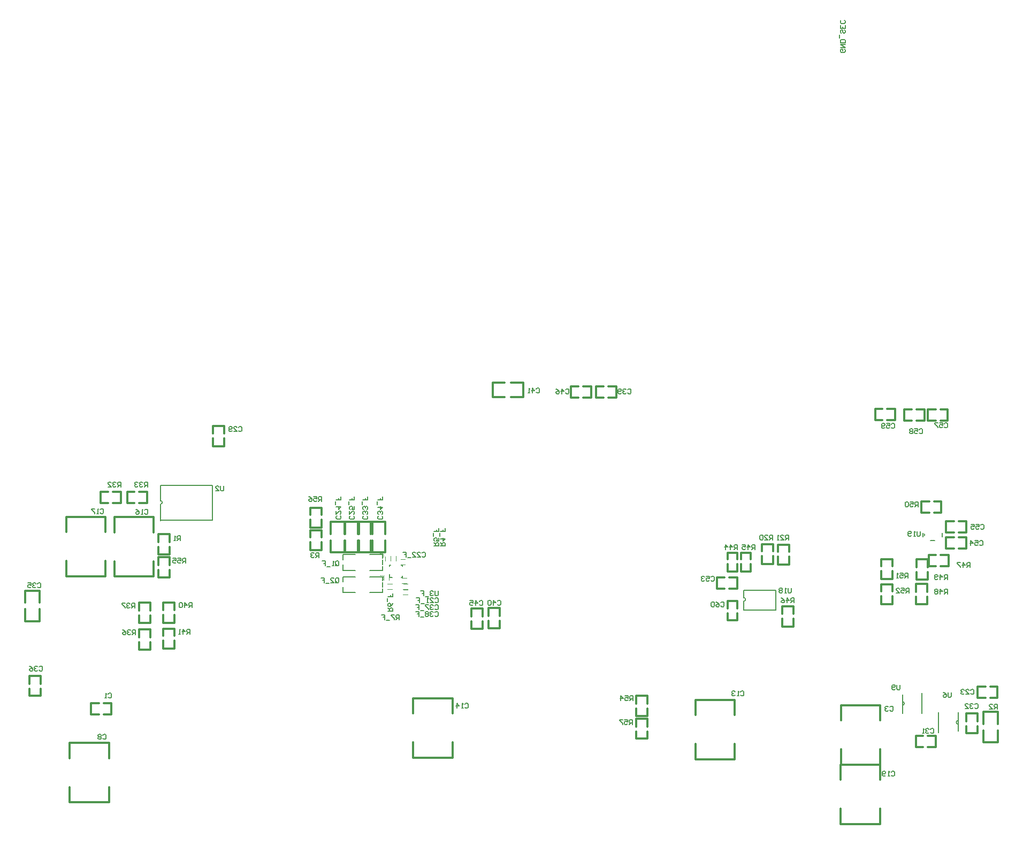
<source format=gbo>
G04 Layer_Color=32896*
%FSLAX25Y25*%
%MOIN*%
G70*
G01*
G75*
%ADD38C,0.00600*%
%ADD42C,0.01200*%
%ADD80C,0.00787*%
%ADD81C,0.00450*%
%ADD82C,0.00500*%
D38*
X550500Y77800D02*
G03*
X550500Y80200I0J1200D01*
G01*
X564295Y183433D02*
G03*
X564295Y184416I-1095J492D01*
G01*
X585300Y68400D02*
G03*
X585300Y66000I0J-1200D01*
G01*
X550500Y72700D02*
Y84500D01*
X562804Y72699D02*
Y85299D01*
X563200Y182734D02*
Y185116D01*
X567870Y180475D02*
X570531D01*
X575200Y182734D02*
Y185116D01*
X585300Y61700D02*
Y73500D01*
X572996Y60900D02*
Y73501D01*
D42*
X51000Y203800D02*
X55500D01*
X51000Y210800D02*
X55500D01*
X58500D02*
X63500D01*
X58500Y203800D02*
X63500D01*
X51000D02*
Y210800D01*
X63500Y203800D02*
Y210800D01*
X67600Y203800D02*
X72100D01*
X67600Y210800D02*
X72100D01*
X75100D02*
X80100D01*
X75100Y203800D02*
X80100D01*
X67600D02*
Y210800D01*
X80100Y203800D02*
Y210800D01*
X81950Y129199D02*
Y133699D01*
X74950Y129199D02*
Y133699D01*
Y136699D02*
Y141699D01*
X81950Y136699D02*
Y141699D01*
X74950Y129199D02*
X81950D01*
X74950Y141699D02*
X81950D01*
X82126Y112550D02*
Y117050D01*
X75125Y112550D02*
Y117050D01*
Y120050D02*
Y125050D01*
X82126Y120050D02*
Y125050D01*
X75125Y112550D02*
X82126D01*
X75125Y125050D02*
X82126D01*
X53100Y79200D02*
X57600D01*
X53100Y72200D02*
X57600D01*
X45100D02*
X50100D01*
X45100Y79200D02*
X50100D01*
X57600Y72200D02*
Y79200D01*
X45100Y72200D02*
Y79200D01*
X566100Y140800D02*
Y145300D01*
X559100Y140800D02*
Y145300D01*
Y148300D02*
Y153300D01*
X566100Y148300D02*
Y153300D01*
X559100Y140800D02*
X566100D01*
X559100Y153300D02*
X566100D01*
X566300Y156100D02*
Y160600D01*
X559300Y156100D02*
Y160600D01*
Y163600D02*
Y168600D01*
X566300Y163600D02*
Y168600D01*
X559300Y156100D02*
X566300D01*
X559300Y168600D02*
X566300D01*
X590200Y72800D02*
X597200D01*
X590200Y60300D02*
X597200D01*
Y67800D02*
Y72800D01*
X590200Y67800D02*
Y72800D01*
Y60300D02*
Y64800D01*
X597200Y60300D02*
Y64800D01*
X194200Y173000D02*
X203200D01*
X194200Y192000D02*
X203200D01*
X194200Y173000D02*
Y180500D01*
X203200Y173000D02*
Y180500D01*
Y184500D02*
Y192000D01*
X194200Y184500D02*
Y192000D01*
X202900Y173000D02*
X211900D01*
X202900Y192000D02*
X211900D01*
X202900Y173000D02*
Y180500D01*
X211900Y173000D02*
Y180500D01*
Y184500D02*
Y192000D01*
X202900Y184500D02*
Y192000D01*
X211200Y173000D02*
X220200D01*
X211200Y192000D02*
X220200D01*
X211200Y173000D02*
Y180500D01*
X220200Y173000D02*
Y180500D01*
Y184500D02*
Y192000D01*
X211200Y184500D02*
Y192000D01*
X219300Y173000D02*
X228300D01*
X219300Y192000D02*
X228300D01*
X219300Y173000D02*
Y180500D01*
X228300Y173000D02*
Y180500D01*
Y184500D02*
Y192000D01*
X219300Y184500D02*
Y192000D01*
X181600Y174300D02*
X188600D01*
X181600Y186800D02*
X188600D01*
X181600Y174300D02*
Y179300D01*
X188600Y174300D02*
Y179300D01*
Y182300D02*
Y186800D01*
X181600Y182300D02*
Y186800D01*
X537300Y148700D02*
Y153200D01*
X544300Y148700D02*
Y153200D01*
Y140700D02*
Y145700D01*
X537300Y140700D02*
Y145700D01*
Y153200D02*
X544300D01*
X537300Y140700D02*
X544300D01*
X537300Y164400D02*
Y168900D01*
X544300Y164400D02*
Y168900D01*
Y156400D02*
Y161400D01*
X537300Y156400D02*
Y161400D01*
Y168900D02*
X544300D01*
X537300Y156400D02*
X544300D01*
X562200Y197825D02*
Y204825D01*
X574700Y197825D02*
Y204825D01*
X562200D02*
X567200D01*
X562200Y197825D02*
X567200D01*
X570200D02*
X574700D01*
X570200Y204825D02*
X574700D01*
X579400Y164325D02*
Y171325D01*
X566900Y164325D02*
Y171325D01*
X574400Y164325D02*
X579400D01*
X574400Y171325D02*
X579400D01*
X566900D02*
X571400D01*
X566900Y164325D02*
X571400D01*
X475600Y126900D02*
X482600D01*
X475600Y139400D02*
X482600D01*
X475600Y126900D02*
Y131900D01*
X482600Y126900D02*
Y131900D01*
Y134900D02*
Y139400D01*
X475600Y134900D02*
Y139400D01*
X449900Y172800D02*
X455900D01*
X449900Y161100D02*
X455900D01*
Y168600D02*
Y172800D01*
X449900Y168600D02*
Y172800D01*
Y161100D02*
Y165600D01*
X455900Y161100D02*
Y165600D01*
X441800Y172900D02*
X447800D01*
X441800Y161200D02*
X447800D01*
Y168700D02*
Y172900D01*
X441800Y168700D02*
Y172900D01*
Y161200D02*
Y165700D01*
X447800Y161200D02*
Y165700D01*
X472900Y165400D02*
X479900D01*
X472900Y177900D02*
X479900D01*
X472900Y165400D02*
Y170400D01*
X479900Y165400D02*
Y170400D01*
Y173400D02*
Y177900D01*
X472900Y173400D02*
Y177900D01*
X463000Y165600D02*
X470000D01*
X463000Y178100D02*
X470000D01*
X463000Y165600D02*
Y170600D01*
X470000Y165600D02*
Y170600D01*
Y173600D02*
Y178100D01*
X463000Y173600D02*
Y178100D01*
X577700Y185425D02*
Y192425D01*
X590200Y185425D02*
Y192425D01*
X577700D02*
X582700D01*
X577700Y185425D02*
X582700D01*
X585700D02*
X590200D01*
X585700Y192425D02*
X590200D01*
X577700Y175425D02*
Y182425D01*
X590200Y175425D02*
Y182425D01*
X577700D02*
X582700D01*
X577700Y175425D02*
X582700D01*
X585700D02*
X590200D01*
X585700Y182425D02*
X590200D01*
X447500Y150500D02*
Y157500D01*
X435000Y150500D02*
Y157500D01*
X442500Y150500D02*
X447500D01*
X442500Y157500D02*
X447500D01*
X435000D02*
X439500D01*
X435000Y150500D02*
X439500D01*
X356500Y269500D02*
Y276500D01*
X344000Y269500D02*
Y276500D01*
X351500Y269500D02*
X356500D01*
X351500Y276500D02*
X356500D01*
X344000D02*
X348500D01*
X344000Y269500D02*
X348500D01*
X282000Y138000D02*
X289000D01*
X282000Y125500D02*
X289000D01*
Y133000D02*
Y138000D01*
X282000Y133000D02*
Y138000D01*
Y125500D02*
Y130000D01*
X289000Y125500D02*
Y130000D01*
X295300Y269700D02*
Y278700D01*
X314300Y269700D02*
Y278700D01*
X295300D02*
X302800D01*
X295300Y269700D02*
X302800D01*
X306800D02*
X314300D01*
X306800Y278700D02*
X314300D01*
X292800Y138300D02*
X299800D01*
X292800Y125800D02*
X299800D01*
Y133300D02*
Y138300D01*
X292800Y133300D02*
Y138300D01*
Y125800D02*
Y130300D01*
X299800Y125800D02*
Y130300D01*
X372200Y269500D02*
Y276500D01*
X359700Y269500D02*
Y276500D01*
X367200Y269500D02*
X372200D01*
X367200Y276500D02*
X372200D01*
X359700D02*
X364200D01*
X359700Y269500D02*
X364200D01*
X6800Y96100D02*
X13800D01*
X6800Y83600D02*
X13800D01*
Y91100D02*
Y96100D01*
X6800Y91100D02*
Y96100D01*
Y83600D02*
Y88100D01*
X13800Y83600D02*
Y88100D01*
X4100Y130200D02*
X13100D01*
X4100Y149200D02*
X13100D01*
X4100Y130200D02*
Y137700D01*
X13100Y130200D02*
Y137700D01*
Y141700D02*
Y149200D01*
X4100Y141700D02*
Y149200D01*
X571400Y51600D02*
Y58600D01*
X558900Y51600D02*
Y58600D01*
X566400Y51600D02*
X571400D01*
X566400Y58600D02*
X571400D01*
X558900D02*
X563400D01*
X558900Y51600D02*
X563400D01*
X120948Y239200D02*
X127948D01*
X120948Y251700D02*
X127948D01*
X120948Y239200D02*
Y244200D01*
X127948Y239200D02*
Y244200D01*
Y247200D02*
Y251700D01*
X120948Y247200D02*
Y251700D01*
X597200Y82300D02*
Y89300D01*
X609700Y82300D02*
Y89300D01*
X597200D02*
X602200D01*
X597200Y82300D02*
X602200D01*
X605200D02*
X609700D01*
X605200Y89300D02*
X609700D01*
X512100Y40900D02*
X536600D01*
X512100Y3900D02*
X536600D01*
Y31400D02*
Y40900D01*
X512100Y31400D02*
Y40900D01*
Y3900D02*
Y13400D01*
X536600Y3900D02*
Y13400D01*
X29500Y195200D02*
X54000D01*
X29500Y158200D02*
X54000D01*
Y185700D02*
Y195200D01*
X29500Y185700D02*
Y195200D01*
Y158200D02*
Y167700D01*
X54000Y158200D02*
Y167700D01*
X59500Y195000D02*
X84000D01*
X59500Y158000D02*
X84000D01*
Y185500D02*
Y195000D01*
X59500Y185500D02*
Y195000D01*
Y158000D02*
Y167500D01*
X84000Y158000D02*
Y167500D01*
X421600Y81100D02*
X446100D01*
X421600Y44100D02*
X446100D01*
Y71600D02*
Y81100D01*
X421600Y71600D02*
Y81100D01*
Y44100D02*
Y53600D01*
X446100Y44100D02*
Y53600D01*
X31800Y54300D02*
X56300D01*
X31800Y17300D02*
X56300D01*
Y44800D02*
Y54300D01*
X31800Y44800D02*
Y54300D01*
Y17300D02*
Y26800D01*
X56300Y17300D02*
Y26800D01*
X512300Y77900D02*
X536800D01*
X512300Y40900D02*
X536800D01*
Y68400D02*
Y77900D01*
X512300Y68400D02*
Y77900D01*
Y40900D02*
Y50400D01*
X536800Y40900D02*
Y50400D01*
X441500Y130900D02*
X447500D01*
X441500Y142600D02*
X447500D01*
X441500Y130900D02*
Y135100D01*
X447500Y130900D02*
Y135100D01*
Y138100D02*
Y142600D01*
X441500Y138100D02*
Y142600D01*
X94125Y171775D02*
Y176275D01*
X87125Y171775D02*
Y176275D01*
Y179275D02*
Y184275D01*
X94125Y179275D02*
Y184275D01*
X87125Y171775D02*
X94125D01*
X87125Y184275D02*
X94125D01*
Y157475D02*
Y161975D01*
X87125Y157475D02*
Y161975D01*
Y164975D02*
Y169975D01*
X94125Y164975D02*
Y169975D01*
X87125Y157475D02*
X94125D01*
X87125Y169975D02*
X94125D01*
X89925Y137150D02*
Y141650D01*
X96925Y137150D02*
Y141650D01*
Y129150D02*
Y134150D01*
X89925Y129150D02*
Y134150D01*
Y141650D02*
X96925D01*
X89925Y129150D02*
X96925D01*
X89925Y121050D02*
Y125550D01*
X96925Y121050D02*
Y125550D01*
Y113050D02*
Y118050D01*
X89925Y113050D02*
Y118050D01*
Y125550D02*
X96925D01*
X89925Y113050D02*
X96925D01*
X391600Y57000D02*
Y61500D01*
X384600Y57000D02*
Y61500D01*
Y64500D02*
Y69500D01*
X391600Y64500D02*
Y69500D01*
X384600Y57000D02*
X391600D01*
X384600Y69500D02*
X391600D01*
X391800Y71200D02*
Y75700D01*
X384800Y71200D02*
Y75700D01*
Y78700D02*
Y83700D01*
X391800Y78700D02*
Y83700D01*
X384800Y71200D02*
X391800D01*
X384800Y83700D02*
X391800D01*
X533600Y255300D02*
X538100D01*
X533600Y262300D02*
X538100D01*
X541100D02*
X546100D01*
X541100Y255300D02*
X546100D01*
X533600D02*
Y262300D01*
X546100Y255300D02*
Y262300D01*
X551800Y255100D02*
X556300D01*
X551800Y262100D02*
X556300D01*
X559300D02*
X564300D01*
X559300Y255100D02*
X564300D01*
X551800D02*
Y262100D01*
X564300Y255100D02*
Y262100D01*
X574300Y262200D02*
X578800D01*
X574300Y255200D02*
X578800D01*
X566300D02*
X571300D01*
X566300Y262200D02*
X571300D01*
X578800Y255200D02*
Y262200D01*
X566300Y255200D02*
Y262200D01*
X600900Y54700D02*
X609900D01*
X600900Y73700D02*
X609900D01*
X600900Y54700D02*
Y62200D01*
X609900Y54700D02*
Y62200D01*
Y66200D02*
Y73700D01*
X600900Y66200D02*
Y73700D01*
X245700Y82100D02*
X270200D01*
X245700Y45100D02*
X270200D01*
Y72600D02*
Y82100D01*
X245700Y72600D02*
Y82100D01*
Y45100D02*
Y54600D01*
X270200Y45100D02*
Y54600D01*
X181700Y196300D02*
Y200800D01*
X188700Y196300D02*
Y200800D01*
Y188300D02*
Y193300D01*
X181700Y188300D02*
Y193300D01*
Y200800D02*
X188700D01*
X181700Y188300D02*
X188700D01*
D80*
X88455Y203116D02*
G03*
X88455Y205084I0J984D01*
G01*
X451600Y142519D02*
G03*
X451600Y144881I0J1181D01*
G01*
X88258Y192978D02*
X120739D01*
Y214632D01*
X88357D02*
X120739D01*
X88258Y192879D02*
Y203116D01*
X88357Y205222D02*
Y214533D01*
X230866Y157461D02*
Y159332D01*
Y157461D02*
X232736D01*
X238248D02*
X239134D01*
Y158347D01*
Y164351D02*
Y165139D01*
X238445D02*
X239134D01*
X230866Y164351D02*
Y165139D01*
X231555D01*
X451600Y149507D02*
X471600D01*
Y137007D02*
Y149507D01*
X451600Y137007D02*
X471600D01*
X451600D02*
Y142519D01*
Y144881D02*
Y149507D01*
D81*
X238800Y157100D02*
X241600D01*
X238800Y153700D02*
X241600D01*
X237900Y165300D02*
X240700D01*
X237900Y168700D02*
X240700D01*
X239500Y149900D02*
X242300D01*
X239500Y153300D02*
X242300D01*
X239400Y146600D02*
X242200D01*
X239400Y150000D02*
X242200D01*
X231700Y167800D02*
Y170600D01*
X235100Y167800D02*
Y170600D01*
X231700Y167700D02*
Y170500D01*
X228300Y167700D02*
Y170500D01*
X227200Y155800D02*
Y158600D01*
X230600Y155800D02*
Y158600D01*
X229700Y153500D02*
X232500D01*
X229700Y150100D02*
X232500D01*
D82*
X227052Y172074D02*
X227091D01*
X227347Y171287D02*
X227387D01*
X226284Y172468D02*
X226324D01*
X225261Y172527D02*
X225300D01*
X227347Y170361D02*
X227387D01*
X218706Y171739D02*
X226579D01*
Y169279D02*
Y171739D01*
Y161897D02*
Y164357D01*
X218706Y161897D02*
X226579D01*
X201973D02*
Y165300D01*
Y168450D02*
Y171739D01*
X209552D01*
X201973Y161897D02*
X209552D01*
X226579Y165399D02*
Y168295D01*
X227052Y158238D02*
X227091D01*
X227347Y157450D02*
X227387D01*
X226284Y158632D02*
X226324D01*
X225261Y158691D02*
X225300D01*
X227347Y156525D02*
X227387D01*
X218706Y157903D02*
X226579D01*
Y155443D02*
Y157903D01*
Y148061D02*
Y150521D01*
X218706Y148061D02*
X226579D01*
X201973D02*
Y151464D01*
Y154614D02*
Y157903D01*
X209552D01*
X201973Y148061D02*
X209552D01*
X226579Y151563D02*
Y154458D01*
X127700Y214399D02*
Y211900D01*
X127200Y211400D01*
X126200D01*
X125701Y211900D01*
Y214399D01*
X122702Y211400D02*
X124701D01*
X122702Y213399D01*
Y213899D01*
X123201Y214399D01*
X124201D01*
X124701Y213899D01*
X481300Y150899D02*
Y148400D01*
X480800Y147900D01*
X479801D01*
X479301Y148400D01*
Y150899D01*
X478301Y147900D02*
X477301D01*
X477801D01*
Y150899D01*
X478301Y150399D01*
X475802D02*
X475302Y150899D01*
X474302D01*
X473802Y150399D01*
Y149899D01*
X474302Y149399D01*
X473802Y148900D01*
Y148400D01*
X474302Y147900D01*
X475302D01*
X475802Y148400D01*
Y148900D01*
X475302Y149399D01*
X475802Y149899D01*
Y150399D01*
X475302Y149399D02*
X474302D01*
X259201Y144199D02*
X259700Y144699D01*
X260700D01*
X261200Y144199D01*
Y142200D01*
X260700Y141700D01*
X259700D01*
X259201Y142200D01*
X256202Y141700D02*
X258201D01*
X256202Y143699D01*
Y144199D01*
X256701Y144699D01*
X257701D01*
X258201Y144199D01*
X255202Y141700D02*
X254202D01*
X254702D01*
Y144699D01*
X255202Y144199D01*
X252703Y141200D02*
X250703D01*
X247704Y144699D02*
X249704D01*
Y143200D01*
X248704D01*
X249704D01*
Y141700D01*
X251201Y172699D02*
X251700Y173199D01*
X252700D01*
X253200Y172699D01*
Y170700D01*
X252700Y170200D01*
X251700D01*
X251201Y170700D01*
X248202Y170200D02*
X250201D01*
X248202Y172199D01*
Y172699D01*
X248702Y173199D01*
X249701D01*
X250201Y172699D01*
X245203Y170200D02*
X247202D01*
X245203Y172199D01*
Y172699D01*
X245702Y173199D01*
X246702D01*
X247202Y172699D01*
X244203Y169700D02*
X242204D01*
X239205Y173199D02*
X241204D01*
Y171700D01*
X240204D01*
X241204D01*
Y170200D01*
X200299Y195899D02*
X200799Y195399D01*
Y194400D01*
X200299Y193900D01*
X198300D01*
X197800Y194400D01*
Y195399D01*
X198300Y195899D01*
X197800Y198898D02*
Y196899D01*
X199799Y198898D01*
X200299D01*
X200799Y198399D01*
Y197399D01*
X200299Y196899D01*
X197800Y201398D02*
X200799D01*
X199300Y199898D01*
Y201897D01*
X197300Y202897D02*
Y204896D01*
X200799Y207895D02*
Y205896D01*
X199300D01*
Y206896D01*
Y205896D01*
X197800D01*
X208599Y195699D02*
X209099Y195200D01*
Y194200D01*
X208599Y193700D01*
X206600D01*
X206100Y194200D01*
Y195200D01*
X206600Y195699D01*
X206100Y198698D02*
Y196699D01*
X208099Y198698D01*
X208599D01*
X209099Y198199D01*
Y197199D01*
X208599Y196699D01*
X209099Y201697D02*
Y199698D01*
X207599D01*
X208099Y200698D01*
Y201198D01*
X207599Y201697D01*
X206600D01*
X206100Y201198D01*
Y200198D01*
X206600Y199698D01*
X205600Y202697D02*
Y204696D01*
X209099Y207696D02*
Y205696D01*
X207599D01*
Y206696D01*
Y205696D01*
X206100D01*
X216899Y195699D02*
X217399Y195200D01*
Y194200D01*
X216899Y193700D01*
X214900D01*
X214400Y194200D01*
Y195200D01*
X214900Y195699D01*
X216899Y196699D02*
X217399Y197199D01*
Y198199D01*
X216899Y198698D01*
X216399D01*
X215899Y198199D01*
Y197699D01*
Y198199D01*
X215400Y198698D01*
X214900D01*
X214400Y198199D01*
Y197199D01*
X214900Y196699D01*
X216899Y199698D02*
X217399Y200198D01*
Y201198D01*
X216899Y201697D01*
X216399D01*
X215899Y201198D01*
Y200698D01*
Y201198D01*
X215400Y201697D01*
X214900D01*
X214400Y201198D01*
Y200198D01*
X214900Y199698D01*
X213900Y202697D02*
Y204696D01*
X217399Y207696D02*
Y205696D01*
X215899D01*
Y206696D01*
Y205696D01*
X214400D01*
X226299Y195699D02*
X226799Y195200D01*
Y194200D01*
X226299Y193700D01*
X224300D01*
X223800Y194200D01*
Y195200D01*
X224300Y195699D01*
X226299Y196699D02*
X226799Y197199D01*
Y198199D01*
X226299Y198698D01*
X225799D01*
X225300Y198199D01*
Y197699D01*
Y198199D01*
X224800Y198698D01*
X224300D01*
X223800Y198199D01*
Y197199D01*
X224300Y196699D01*
X223800Y201198D02*
X226799D01*
X225300Y199698D01*
Y201697D01*
X223300Y202697D02*
Y204696D01*
X226799Y207696D02*
Y205696D01*
X225300D01*
Y206696D01*
Y205696D01*
X223800D01*
X259201Y139899D02*
X259700Y140399D01*
X260700D01*
X261200Y139899D01*
Y137900D01*
X260700Y137400D01*
X259700D01*
X259201Y137900D01*
X258201Y139899D02*
X257701Y140399D01*
X256701D01*
X256202Y139899D01*
Y139399D01*
X256701Y138900D01*
X257201D01*
X256701D01*
X256202Y138400D01*
Y137900D01*
X256701Y137400D01*
X257701D01*
X258201Y137900D01*
X255202Y140399D02*
X253203D01*
Y139899D01*
X255202Y137900D01*
Y137400D01*
X252203Y136900D02*
X250204D01*
X247204Y140399D02*
X249204D01*
Y138900D01*
X248204D01*
X249204D01*
Y137400D01*
X259201Y135599D02*
X259700Y136099D01*
X260700D01*
X261200Y135599D01*
Y133600D01*
X260700Y133100D01*
X259700D01*
X259201Y133600D01*
X258201Y135599D02*
X257701Y136099D01*
X256701D01*
X256202Y135599D01*
Y135099D01*
X256701Y134599D01*
X257201D01*
X256701D01*
X256202Y134100D01*
Y133600D01*
X256701Y133100D01*
X257701D01*
X258201Y133600D01*
X255202Y135599D02*
X254702Y136099D01*
X253702D01*
X253203Y135599D01*
Y135099D01*
X253702Y134599D01*
X253203Y134100D01*
Y133600D01*
X253702Y133100D01*
X254702D01*
X255202Y133600D01*
Y134100D01*
X254702Y134599D01*
X255202Y135099D01*
Y135599D01*
X254702Y134599D02*
X253702D01*
X252203Y132600D02*
X250204D01*
X247204Y136099D02*
X249204D01*
Y134599D01*
X248204D01*
X249204D01*
Y133100D01*
X197401Y165100D02*
Y167099D01*
X197900Y167599D01*
X198900D01*
X199400Y167099D01*
Y165100D01*
X198900Y164600D01*
X197900D01*
X198400Y165600D02*
X197401Y164600D01*
X197900D02*
X197401Y165100D01*
X196401Y164600D02*
X195401D01*
X195901D01*
Y167599D01*
X196401Y167099D01*
X193902Y164100D02*
X191902D01*
X188903Y167599D02*
X190903D01*
Y166100D01*
X189903D01*
X190903D01*
Y164600D01*
X197401Y154700D02*
Y156699D01*
X197900Y157199D01*
X198900D01*
X199400Y156699D01*
Y154700D01*
X198900Y154200D01*
X197900D01*
X198400Y155200D02*
X197401Y154200D01*
X197900D02*
X197401Y154700D01*
X194402Y154200D02*
X196401D01*
X194402Y156199D01*
Y156699D01*
X194901Y157199D01*
X195901D01*
X196401Y156699D01*
X193402Y153700D02*
X191403D01*
X188404Y157199D02*
X190403D01*
Y155700D01*
X189403D01*
X190403D01*
Y154200D01*
X262800Y177000D02*
X265799D01*
Y178499D01*
X265299Y178999D01*
X264300D01*
X263800Y178499D01*
Y177000D01*
Y178000D02*
X262800Y178999D01*
Y181499D02*
X265799D01*
X264300Y179999D01*
Y181998D01*
X262300Y182998D02*
Y184997D01*
X265799Y187996D02*
Y185997D01*
X264300D01*
Y186997D01*
Y185997D01*
X262800D01*
X258700Y177000D02*
X261699D01*
Y178499D01*
X261199Y178999D01*
X260199D01*
X259700Y178499D01*
Y177000D01*
Y178000D02*
X258700Y178999D01*
X261699Y181998D02*
Y179999D01*
X260199D01*
X260699Y180999D01*
Y181499D01*
X260199Y181998D01*
X259200D01*
X258700Y181499D01*
Y180499D01*
X259200Y179999D01*
X258200Y182998D02*
Y184997D01*
X261699Y187996D02*
Y185997D01*
X260199D01*
Y186997D01*
Y185997D01*
X258700D01*
X230100Y136400D02*
X233099D01*
Y137899D01*
X232599Y138399D01*
X231599D01*
X231100Y137899D01*
Y136400D01*
Y137400D02*
X230100Y138399D01*
X233099Y141398D02*
X232599Y140399D01*
X231599Y139399D01*
X230600D01*
X230100Y139899D01*
Y140899D01*
X230600Y141398D01*
X231100D01*
X231599Y140899D01*
Y139399D01*
X229600Y142398D02*
Y144397D01*
X233099Y147396D02*
Y145397D01*
X231599D01*
Y146397D01*
Y145397D01*
X230100D01*
X237100Y131100D02*
Y134099D01*
X235600D01*
X235101Y133599D01*
Y132599D01*
X235600Y132100D01*
X237100D01*
X236100D02*
X235101Y131100D01*
X234101Y134099D02*
X232102D01*
Y133599D01*
X234101Y131600D01*
Y131100D01*
X231102Y130600D02*
X229103D01*
X226104Y134099D02*
X228103D01*
Y132599D01*
X227103D01*
X228103D01*
Y131100D01*
X261200Y148999D02*
Y146500D01*
X260700Y146000D01*
X259700D01*
X259201Y146500D01*
Y148999D01*
X258201Y148499D02*
X257701Y148999D01*
X256701D01*
X256202Y148499D01*
Y147999D01*
X256701Y147500D01*
X257201D01*
X256701D01*
X256202Y147000D01*
Y146500D01*
X256701Y146000D01*
X257701D01*
X258201Y146500D01*
X255202Y145500D02*
X253203D01*
X250204Y148999D02*
X252203D01*
Y147500D01*
X251203D01*
X252203D01*
Y146000D01*
X549100Y90499D02*
Y88000D01*
X548600Y87500D01*
X547601D01*
X547101Y88000D01*
Y90499D01*
X546101Y88000D02*
X545601Y87500D01*
X544601D01*
X544102Y88000D01*
Y89999D01*
X544601Y90499D01*
X545601D01*
X546101Y89999D01*
Y89499D01*
X545601Y88999D01*
X544102D01*
X561500Y186199D02*
Y183700D01*
X561000Y183200D01*
X560001D01*
X559501Y183700D01*
Y186199D01*
X558501Y183200D02*
X557501D01*
X558001D01*
Y186199D01*
X558501Y185699D01*
X556002Y183700D02*
X555502Y183200D01*
X554502D01*
X554002Y183700D01*
Y185699D01*
X554502Y186199D01*
X555502D01*
X556002Y185699D01*
Y185199D01*
X555502Y184699D01*
X554002D01*
X580900Y85899D02*
Y83400D01*
X580400Y82900D01*
X579400D01*
X578901Y83400D01*
Y85899D01*
X575902D02*
X576901Y85399D01*
X577901Y84399D01*
Y83400D01*
X577401Y82900D01*
X576402D01*
X575902Y83400D01*
Y83900D01*
X576402Y84399D01*
X577901D01*
X187100Y169900D02*
Y172899D01*
X185600D01*
X185101Y172399D01*
Y171399D01*
X185600Y170900D01*
X187100D01*
X186100D02*
X185101Y169900D01*
X184101Y172399D02*
X183601Y172899D01*
X182601D01*
X182102Y172399D01*
Y171899D01*
X182601Y171399D01*
X183101D01*
X182601D01*
X182102Y170900D01*
Y170400D01*
X182601Y169900D01*
X183601D01*
X184101Y170400D01*
X554700Y147600D02*
Y150599D01*
X553200D01*
X552701Y150099D01*
Y149100D01*
X553200Y148600D01*
X554700D01*
X553700D02*
X552701Y147600D01*
X549702Y150599D02*
X551701D01*
Y149100D01*
X550701Y149599D01*
X550202D01*
X549702Y149100D01*
Y148100D01*
X550202Y147600D01*
X551201D01*
X551701Y148100D01*
X546703Y147600D02*
X548702D01*
X546703Y149599D01*
Y150099D01*
X547202Y150599D01*
X548202D01*
X548702Y150099D01*
X553900Y157000D02*
Y159999D01*
X552400D01*
X551901Y159499D01*
Y158500D01*
X552400Y158000D01*
X553900D01*
X552900D02*
X551901Y157000D01*
X548902Y159999D02*
X550901D01*
Y158500D01*
X549901Y158999D01*
X549402D01*
X548902Y158500D01*
Y157500D01*
X549402Y157000D01*
X550401D01*
X550901Y157500D01*
X547902Y157000D02*
X546902D01*
X547402D01*
Y159999D01*
X547902Y159499D01*
X560300Y201500D02*
Y204499D01*
X558801D01*
X558301Y203999D01*
Y202999D01*
X558801Y202500D01*
X560300D01*
X559300D02*
X558301Y201500D01*
X555302Y204499D02*
X557301D01*
Y202999D01*
X556301Y203499D01*
X555801D01*
X555302Y202999D01*
Y202000D01*
X555801Y201500D01*
X556801D01*
X557301Y202000D01*
X554302Y203999D02*
X553802Y204499D01*
X552802D01*
X552303Y203999D01*
Y202000D01*
X552802Y201500D01*
X553802D01*
X554302Y202000D01*
Y203999D01*
X578600Y156200D02*
Y159199D01*
X577101D01*
X576601Y158699D01*
Y157700D01*
X577101Y157200D01*
X578600D01*
X577600D02*
X576601Y156200D01*
X574101D02*
Y159199D01*
X575601Y157700D01*
X573602D01*
X572602Y156700D02*
X572102Y156200D01*
X571102D01*
X570603Y156700D01*
Y158699D01*
X571102Y159199D01*
X572102D01*
X572602Y158699D01*
Y158199D01*
X572102Y157700D01*
X570603D01*
X578600Y147100D02*
Y150099D01*
X577101D01*
X576601Y149599D01*
Y148600D01*
X577101Y148100D01*
X578600D01*
X577600D02*
X576601Y147100D01*
X574101D02*
Y150099D01*
X575601Y148600D01*
X573602D01*
X572602Y149599D02*
X572102Y150099D01*
X571102D01*
X570603Y149599D01*
Y149099D01*
X571102Y148600D01*
X570603Y148100D01*
Y147600D01*
X571102Y147100D01*
X572102D01*
X572602Y147600D01*
Y148100D01*
X572102Y148600D01*
X572602Y149099D01*
Y149599D01*
X572102Y148600D02*
X571102D01*
X592700Y163700D02*
Y166699D01*
X591200D01*
X590701Y166199D01*
Y165199D01*
X591200Y164700D01*
X592700D01*
X591700D02*
X590701Y163700D01*
X588202D02*
Y166699D01*
X589701Y165199D01*
X587702D01*
X586702Y166699D02*
X584703D01*
Y166199D01*
X586702Y164200D01*
Y163700D01*
X483000Y141700D02*
Y144699D01*
X481500D01*
X481001Y144199D01*
Y143200D01*
X481500Y142700D01*
X483000D01*
X482000D02*
X481001Y141700D01*
X478502D02*
Y144699D01*
X480001Y143200D01*
X478002D01*
X475003Y144699D02*
X476002Y144199D01*
X477002Y143200D01*
Y142200D01*
X476502Y141700D01*
X475502D01*
X475003Y142200D01*
Y142700D01*
X475502Y143200D01*
X477002D01*
X458700Y174800D02*
Y177799D01*
X457200D01*
X456701Y177299D01*
Y176300D01*
X457200Y175800D01*
X458700D01*
X457700D02*
X456701Y174800D01*
X454202D02*
Y177799D01*
X455701Y176300D01*
X453702D01*
X450703Y177799D02*
X452702D01*
Y176300D01*
X451702Y176799D01*
X451202D01*
X450703Y176300D01*
Y175300D01*
X451202Y174800D01*
X452202D01*
X452702Y175300D01*
X447800Y174800D02*
Y177799D01*
X446301D01*
X445801Y177299D01*
Y176300D01*
X446301Y175800D01*
X447800D01*
X446800D02*
X445801Y174800D01*
X443301D02*
Y177799D01*
X444801Y176300D01*
X442802D01*
X440302Y174800D02*
Y177799D01*
X441802Y176300D01*
X439803D01*
X106700Y122100D02*
Y125099D01*
X105201D01*
X104701Y124599D01*
Y123600D01*
X105201Y123100D01*
X106700D01*
X105700D02*
X104701Y122100D01*
X102201D02*
Y125099D01*
X103701Y123600D01*
X101702D01*
X100702Y122100D02*
X99702D01*
X100202D01*
Y125099D01*
X100702Y124599D01*
X107900Y138600D02*
Y141599D01*
X106401D01*
X105901Y141099D01*
Y140100D01*
X106401Y139600D01*
X107900D01*
X106900D02*
X105901Y138600D01*
X103401D02*
Y141599D01*
X104901Y140100D01*
X102902D01*
X101902Y141099D02*
X101402Y141599D01*
X100402D01*
X99903Y141099D01*
Y139100D01*
X100402Y138600D01*
X101402D01*
X101902Y139100D01*
Y141099D01*
X72300Y138300D02*
Y141299D01*
X70801D01*
X70301Y140799D01*
Y139799D01*
X70801Y139300D01*
X72300D01*
X71300D02*
X70301Y138300D01*
X69301Y140799D02*
X68801Y141299D01*
X67801D01*
X67302Y140799D01*
Y140299D01*
X67801Y139799D01*
X68301D01*
X67801D01*
X67302Y139300D01*
Y138800D01*
X67801Y138300D01*
X68801D01*
X69301Y138800D01*
X66302Y141299D02*
X64303D01*
Y140799D01*
X66302Y138800D01*
Y138300D01*
X72800Y121900D02*
Y124899D01*
X71301D01*
X70801Y124399D01*
Y123399D01*
X71301Y122900D01*
X72800D01*
X71800D02*
X70801Y121900D01*
X69801Y124399D02*
X69301Y124899D01*
X68301D01*
X67802Y124399D01*
Y123899D01*
X68301Y123399D01*
X68801D01*
X68301D01*
X67802Y122900D01*
Y122400D01*
X68301Y121900D01*
X69301D01*
X69801Y122400D01*
X64803Y124899D02*
X65802Y124399D01*
X66802Y123399D01*
Y122400D01*
X66302Y121900D01*
X65302D01*
X64803Y122400D01*
Y122900D01*
X65302Y123399D01*
X66802D01*
X80200Y213900D02*
Y216899D01*
X78701D01*
X78201Y216399D01*
Y215400D01*
X78701Y214900D01*
X80200D01*
X79200D02*
X78201Y213900D01*
X77201Y216399D02*
X76701Y216899D01*
X75701D01*
X75202Y216399D01*
Y215899D01*
X75701Y215400D01*
X76201D01*
X75701D01*
X75202Y214900D01*
Y214400D01*
X75701Y213900D01*
X76701D01*
X77201Y214400D01*
X74202Y216399D02*
X73702Y216899D01*
X72702D01*
X72203Y216399D01*
Y215899D01*
X72702Y215400D01*
X73202D01*
X72702D01*
X72203Y214900D01*
Y214400D01*
X72702Y213900D01*
X73702D01*
X74202Y214400D01*
X63600Y213900D02*
Y216899D01*
X62100D01*
X61601Y216399D01*
Y215400D01*
X62100Y214900D01*
X63600D01*
X62600D02*
X61601Y213900D01*
X60601Y216399D02*
X60101Y216899D01*
X59101D01*
X58602Y216399D01*
Y215899D01*
X59101Y215400D01*
X59601D01*
X59101D01*
X58602Y214900D01*
Y214400D01*
X59101Y213900D01*
X60101D01*
X60601Y214400D01*
X55603Y213900D02*
X57602D01*
X55603Y215899D01*
Y216399D01*
X56102Y216899D01*
X57102D01*
X57602Y216399D01*
X479600Y180900D02*
Y183899D01*
X478100D01*
X477601Y183399D01*
Y182399D01*
X478100Y181900D01*
X479600D01*
X478600D02*
X477601Y180900D01*
X474602D02*
X476601D01*
X474602Y182899D01*
Y183399D01*
X475102Y183899D01*
X476101D01*
X476601Y183399D01*
X473602Y180900D02*
X472602D01*
X473102D01*
Y183899D01*
X473602Y183399D01*
X469800Y180900D02*
Y183899D01*
X468300D01*
X467801Y183399D01*
Y182399D01*
X468300Y181900D01*
X469800D01*
X468800D02*
X467801Y180900D01*
X464802D02*
X466801D01*
X464802Y182899D01*
Y183399D01*
X465302Y183899D01*
X466301D01*
X466801Y183399D01*
X463802D02*
X463302Y183899D01*
X462302D01*
X461803Y183399D01*
Y181400D01*
X462302Y180900D01*
X463302D01*
X463802Y181400D01*
Y183399D01*
X599201Y189999D02*
X599700Y190499D01*
X600700D01*
X601200Y189999D01*
Y188000D01*
X600700Y187500D01*
X599700D01*
X599201Y188000D01*
X596202Y190499D02*
X598201D01*
Y188999D01*
X597201Y189499D01*
X596701D01*
X596202Y188999D01*
Y188000D01*
X596701Y187500D01*
X597701D01*
X598201Y188000D01*
X593203Y190499D02*
X595202D01*
Y188999D01*
X594202Y189499D01*
X593702D01*
X593203Y188999D01*
Y188000D01*
X593702Y187500D01*
X594702D01*
X595202Y188000D01*
X598501Y179899D02*
X599001Y180399D01*
X600000D01*
X600500Y179899D01*
Y177900D01*
X600000Y177400D01*
X599001D01*
X598501Y177900D01*
X595502Y180399D02*
X597501D01*
Y178900D01*
X596501Y179399D01*
X596001D01*
X595502Y178900D01*
Y177900D01*
X596001Y177400D01*
X597001D01*
X597501Y177900D01*
X593002Y177400D02*
Y180399D01*
X594502Y178900D01*
X592503D01*
X431201Y157599D02*
X431701Y158099D01*
X432700D01*
X433200Y157599D01*
Y155600D01*
X432700Y155100D01*
X431701D01*
X431201Y155600D01*
X428202Y158099D02*
X430201D01*
Y156599D01*
X429201Y157099D01*
X428701D01*
X428202Y156599D01*
Y155600D01*
X428701Y155100D01*
X429701D01*
X430201Y155600D01*
X427202Y157599D02*
X426702Y158099D01*
X425702D01*
X425203Y157599D01*
Y157099D01*
X425702Y156599D01*
X426202D01*
X425702D01*
X425203Y156100D01*
Y155600D01*
X425702Y155100D01*
X426702D01*
X427202Y155600D01*
X340801Y274399D02*
X341301Y274899D01*
X342300D01*
X342800Y274399D01*
Y272400D01*
X342300Y271900D01*
X341301D01*
X340801Y272400D01*
X338301Y271900D02*
Y274899D01*
X339801Y273399D01*
X337802D01*
X334803Y274899D02*
X335802Y274399D01*
X336802Y273399D01*
Y272400D01*
X336302Y271900D01*
X335302D01*
X334803Y272400D01*
Y272900D01*
X335302Y273399D01*
X336802D01*
X287101Y142499D02*
X287600Y142999D01*
X288600D01*
X289100Y142499D01*
Y140500D01*
X288600Y140000D01*
X287600D01*
X287101Y140500D01*
X284601Y140000D02*
Y142999D01*
X286101Y141499D01*
X284102D01*
X281103Y142999D02*
X283102D01*
Y141499D01*
X282102Y141999D01*
X281602D01*
X281103Y141499D01*
Y140500D01*
X281602Y140000D01*
X282602D01*
X283102Y140500D01*
X322401Y274799D02*
X322901Y275299D01*
X323900D01*
X324400Y274799D01*
Y272800D01*
X323900Y272300D01*
X322901D01*
X322401Y272800D01*
X319901Y272300D02*
Y275299D01*
X321401Y273799D01*
X319402D01*
X318402Y272300D02*
X317402D01*
X317902D01*
Y275299D01*
X318402Y274799D01*
X298301Y142599D02*
X298800Y143099D01*
X299800D01*
X300300Y142599D01*
Y140600D01*
X299800Y140100D01*
X298800D01*
X298301Y140600D01*
X295801Y140100D02*
Y143099D01*
X297301Y141600D01*
X295302D01*
X294302Y142599D02*
X293802Y143099D01*
X292802D01*
X292303Y142599D01*
Y140600D01*
X292802Y140100D01*
X293802D01*
X294302Y140600D01*
Y142599D01*
X379401Y274299D02*
X379901Y274799D01*
X380900D01*
X381400Y274299D01*
Y272300D01*
X380900Y271800D01*
X379901D01*
X379401Y272300D01*
X378401Y274299D02*
X377901Y274799D01*
X376902D01*
X376402Y274299D01*
Y273799D01*
X376902Y273300D01*
X377401D01*
X376902D01*
X376402Y272800D01*
Y272300D01*
X376902Y271800D01*
X377901D01*
X378401Y272300D01*
X375402D02*
X374902Y271800D01*
X373902D01*
X373403Y272300D01*
Y274299D01*
X373902Y274799D01*
X374902D01*
X375402Y274299D01*
Y273799D01*
X374902Y273300D01*
X373403D01*
X12801Y101599D02*
X13300Y102099D01*
X14300D01*
X14800Y101599D01*
Y99600D01*
X14300Y99100D01*
X13300D01*
X12801Y99600D01*
X11801Y101599D02*
X11301Y102099D01*
X10301D01*
X9802Y101599D01*
Y101099D01*
X10301Y100600D01*
X10801D01*
X10301D01*
X9802Y100100D01*
Y99600D01*
X10301Y99100D01*
X11301D01*
X11801Y99600D01*
X6803Y102099D02*
X7802Y101599D01*
X8802Y100600D01*
Y99600D01*
X8302Y99100D01*
X7302D01*
X6803Y99600D01*
Y100100D01*
X7302Y100600D01*
X8802D01*
X11801Y153499D02*
X12301Y153999D01*
X13300D01*
X13800Y153499D01*
Y151500D01*
X13300Y151000D01*
X12301D01*
X11801Y151500D01*
X10801Y153499D02*
X10301Y153999D01*
X9301D01*
X8802Y153499D01*
Y152999D01*
X9301Y152499D01*
X9801D01*
X9301D01*
X8802Y152000D01*
Y151500D01*
X9301Y151000D01*
X10301D01*
X10801Y151500D01*
X5803Y153999D02*
X7802D01*
Y152499D01*
X6802Y152999D01*
X6302D01*
X5803Y152499D01*
Y151500D01*
X6302Y151000D01*
X7302D01*
X7802Y151500D01*
X595501Y78299D02*
X596000Y78799D01*
X597000D01*
X597500Y78299D01*
Y76300D01*
X597000Y75800D01*
X596000D01*
X595501Y76300D01*
X594501Y78299D02*
X594001Y78799D01*
X593002D01*
X592502Y78299D01*
Y77799D01*
X593002Y77299D01*
X593501D01*
X593002D01*
X592502Y76800D01*
Y76300D01*
X593002Y75800D01*
X594001D01*
X594501Y76300D01*
X589503Y75800D02*
X591502D01*
X589503Y77799D01*
Y78299D01*
X590002Y78799D01*
X591002D01*
X591502Y78299D01*
X568101Y62899D02*
X568601Y63399D01*
X569600D01*
X570100Y62899D01*
Y60900D01*
X569600Y60400D01*
X568601D01*
X568101Y60900D01*
X567101Y62899D02*
X566601Y63399D01*
X565601D01*
X565102Y62899D01*
Y62399D01*
X565601Y61900D01*
X566101D01*
X565601D01*
X565102Y61400D01*
Y60900D01*
X565601Y60400D01*
X566601D01*
X567101Y60900D01*
X564102Y60400D02*
X563102D01*
X563602D01*
Y63399D01*
X564102Y62899D01*
X136949Y250799D02*
X137449Y251299D01*
X138448D01*
X138948Y250799D01*
Y248800D01*
X138448Y248300D01*
X137449D01*
X136949Y248800D01*
X133950Y248300D02*
X135949D01*
X133950Y250299D01*
Y250799D01*
X134450Y251299D01*
X135449D01*
X135949Y250799D01*
X132950Y248800D02*
X132450Y248300D01*
X131450D01*
X130951Y248800D01*
Y250799D01*
X131450Y251299D01*
X132450D01*
X132950Y250799D01*
Y250299D01*
X132450Y249799D01*
X130951D01*
X593001Y87099D02*
X593501Y87599D01*
X594500D01*
X595000Y87099D01*
Y85100D01*
X594500Y84600D01*
X593501D01*
X593001Y85100D01*
X590002Y84600D02*
X592001D01*
X590002Y86599D01*
Y87099D01*
X590501Y87599D01*
X591501D01*
X592001Y87099D01*
X589002D02*
X588502Y87599D01*
X587502D01*
X587003Y87099D01*
Y86599D01*
X587502Y86099D01*
X588002D01*
X587502D01*
X587003Y85600D01*
Y85100D01*
X587502Y84600D01*
X588502D01*
X589002Y85100D01*
X543501Y36199D02*
X544000Y36699D01*
X545000D01*
X545500Y36199D01*
Y34200D01*
X545000Y33700D01*
X544000D01*
X543501Y34200D01*
X542501Y33700D02*
X541501D01*
X542001D01*
Y36699D01*
X542501Y36199D01*
X540002Y34200D02*
X539502Y33700D01*
X538502D01*
X538002Y34200D01*
Y36199D01*
X538502Y36699D01*
X539502D01*
X540002Y36199D01*
Y35699D01*
X539502Y35199D01*
X538002D01*
X50801Y199699D02*
X51301Y200199D01*
X52300D01*
X52800Y199699D01*
Y197700D01*
X52300Y197200D01*
X51301D01*
X50801Y197700D01*
X49801Y197200D02*
X48801D01*
X49301D01*
Y200199D01*
X49801Y199699D01*
X47302Y200199D02*
X45302D01*
Y199699D01*
X47302Y197700D01*
Y197200D01*
X78401Y199299D02*
X78900Y199799D01*
X79900D01*
X80400Y199299D01*
Y197300D01*
X79900Y196800D01*
X78900D01*
X78401Y197300D01*
X77401Y196800D02*
X76401D01*
X76901D01*
Y199799D01*
X77401Y199299D01*
X72902Y199799D02*
X73902Y199299D01*
X74902Y198300D01*
Y197300D01*
X74402Y196800D01*
X73402D01*
X72902Y197300D01*
Y197800D01*
X73402Y198300D01*
X74902D01*
X277901Y78499D02*
X278400Y78999D01*
X279400D01*
X279900Y78499D01*
Y76500D01*
X279400Y76000D01*
X278400D01*
X277901Y76500D01*
X276901Y76000D02*
X275901D01*
X276401D01*
Y78999D01*
X276901Y78499D01*
X272902Y76000D02*
Y78999D01*
X274402Y77500D01*
X272402D01*
X449701Y86199D02*
X450201Y86699D01*
X451200D01*
X451700Y86199D01*
Y84200D01*
X451200Y83700D01*
X450201D01*
X449701Y84200D01*
X448701Y83700D02*
X447701D01*
X448201D01*
Y86699D01*
X448701Y86199D01*
X446202D02*
X445702Y86699D01*
X444702D01*
X444202Y86199D01*
Y85699D01*
X444702Y85199D01*
X445202D01*
X444702D01*
X444202Y84700D01*
Y84200D01*
X444702Y83700D01*
X445702D01*
X446202Y84200D01*
X52401Y59099D02*
X52900Y59599D01*
X53900D01*
X54400Y59099D01*
Y57100D01*
X53900Y56600D01*
X52900D01*
X52401Y57100D01*
X51401Y59099D02*
X50901Y59599D01*
X49901D01*
X49402Y59099D01*
Y58599D01*
X49901Y58100D01*
X49402Y57600D01*
Y57100D01*
X49901Y56600D01*
X50901D01*
X51401Y57100D01*
Y57600D01*
X50901Y58100D01*
X51401Y58599D01*
Y59099D01*
X50901Y58100D02*
X49901D01*
X542801Y76599D02*
X543300Y77099D01*
X544300D01*
X544800Y76599D01*
Y74600D01*
X544300Y74100D01*
X543300D01*
X542801Y74600D01*
X541801Y76599D02*
X541301Y77099D01*
X540302D01*
X539802Y76599D01*
Y76099D01*
X540302Y75599D01*
X540801D01*
X540302D01*
X539802Y75100D01*
Y74600D01*
X540302Y74100D01*
X541301D01*
X541801Y74600D01*
X437401Y141699D02*
X437900Y142199D01*
X438900D01*
X439400Y141699D01*
Y139700D01*
X438900Y139200D01*
X437900D01*
X437401Y139700D01*
X434402Y142199D02*
X435401Y141699D01*
X436401Y140700D01*
Y139700D01*
X435901Y139200D01*
X434902D01*
X434402Y139700D01*
Y140200D01*
X434902Y140700D01*
X436401D01*
X433402Y141699D02*
X432902Y142199D01*
X431902D01*
X431403Y141699D01*
Y139700D01*
X431902Y139200D01*
X432902D01*
X433402Y139700D01*
Y141699D01*
X188800Y204900D02*
Y207899D01*
X187301D01*
X186801Y207399D01*
Y206399D01*
X187301Y205900D01*
X188800D01*
X187800D02*
X186801Y204900D01*
X183802Y207899D02*
X185801D01*
Y206399D01*
X184801Y206899D01*
X184301D01*
X183802Y206399D01*
Y205400D01*
X184301Y204900D01*
X185301D01*
X185801Y205400D01*
X180803Y207899D02*
X181802Y207399D01*
X182802Y206399D01*
Y205400D01*
X182302Y204900D01*
X181302D01*
X180803Y205400D01*
Y205900D01*
X181302Y206399D01*
X182802D01*
X55701Y84799D02*
X56200Y85299D01*
X57200D01*
X57700Y84799D01*
Y82800D01*
X57200Y82300D01*
X56200D01*
X55701Y82800D01*
X54701Y82300D02*
X53701D01*
X54201D01*
Y85299D01*
X54701Y84799D01*
X576601Y253099D02*
X577101Y253599D01*
X578100D01*
X578600Y253099D01*
Y251100D01*
X578100Y250600D01*
X577101D01*
X576601Y251100D01*
X573602Y253599D02*
X575601D01*
Y252099D01*
X574601Y252599D01*
X574101D01*
X573602Y252099D01*
Y251100D01*
X574101Y250600D01*
X575101D01*
X575601Y251100D01*
X572602Y253599D02*
X570603D01*
Y253099D01*
X572602Y251100D01*
Y250600D01*
X561101Y249499D02*
X561600Y249999D01*
X562600D01*
X563100Y249499D01*
Y247500D01*
X562600Y247000D01*
X561600D01*
X561101Y247500D01*
X558102Y249999D02*
X560101D01*
Y248499D01*
X559101Y248999D01*
X558602D01*
X558102Y248499D01*
Y247500D01*
X558602Y247000D01*
X559601D01*
X560101Y247500D01*
X557102Y249499D02*
X556602Y249999D01*
X555602D01*
X555103Y249499D01*
Y248999D01*
X555602Y248499D01*
X555103Y248000D01*
Y247500D01*
X555602Y247000D01*
X556602D01*
X557102Y247500D01*
Y248000D01*
X556602Y248499D01*
X557102Y248999D01*
Y249499D01*
X556602Y248499D02*
X555602D01*
X543501Y252799D02*
X544000Y253299D01*
X545000D01*
X545500Y252799D01*
Y250800D01*
X545000Y250300D01*
X544000D01*
X543501Y250800D01*
X540502Y253299D02*
X542501D01*
Y251800D01*
X541501Y252299D01*
X541002D01*
X540502Y251800D01*
Y250800D01*
X541002Y250300D01*
X542001D01*
X542501Y250800D01*
X539502D02*
X539002Y250300D01*
X538002D01*
X537503Y250800D01*
Y252799D01*
X538002Y253299D01*
X539002D01*
X539502Y252799D01*
Y252299D01*
X539002Y251800D01*
X537503D01*
X100800Y180400D02*
Y183399D01*
X99300D01*
X98801Y182899D01*
Y181899D01*
X99300Y181400D01*
X100800D01*
X99800D02*
X98801Y180400D01*
X97801D02*
X96801D01*
X97301D01*
Y183399D01*
X97801Y182899D01*
X609800Y75500D02*
Y78499D01*
X608300D01*
X607801Y77999D01*
Y76999D01*
X608300Y76500D01*
X609800D01*
X608800D02*
X607801Y75500D01*
X604802D02*
X606801D01*
X604802Y77499D01*
Y77999D01*
X605302Y78499D01*
X606301D01*
X606801Y77999D01*
X382500Y80700D02*
Y83699D01*
X381000D01*
X380501Y83199D01*
Y82200D01*
X381000Y81700D01*
X382500D01*
X381500D02*
X380501Y80700D01*
X377502Y83699D02*
X379501D01*
Y82200D01*
X378501Y82699D01*
X378001D01*
X377502Y82200D01*
Y81200D01*
X378001Y80700D01*
X379001D01*
X379501Y81200D01*
X375002Y80700D02*
Y83699D01*
X376502Y82200D01*
X374503D01*
X104000Y166400D02*
Y169399D01*
X102500D01*
X102001Y168899D01*
Y167900D01*
X102500Y167400D01*
X104000D01*
X103000D02*
X102001Y166400D01*
X99002Y169399D02*
X101001D01*
Y167900D01*
X100001Y168399D01*
X99501D01*
X99002Y167900D01*
Y166900D01*
X99501Y166400D01*
X100501D01*
X101001Y166900D01*
X96003Y169399D02*
X98002D01*
Y167900D01*
X97002Y168399D01*
X96502D01*
X96003Y167900D01*
Y166900D01*
X96502Y166400D01*
X97502D01*
X98002Y166900D01*
X382300Y65800D02*
Y68799D01*
X380801D01*
X380301Y68299D01*
Y67299D01*
X380801Y66800D01*
X382300D01*
X381300D02*
X380301Y65800D01*
X377302Y68799D02*
X379301D01*
Y67299D01*
X378301Y67799D01*
X377801D01*
X377302Y67299D01*
Y66300D01*
X377801Y65800D01*
X378801D01*
X379301Y66300D01*
X376302Y68799D02*
X374303D01*
Y68299D01*
X376302Y66300D01*
Y65800D01*
X514399Y486499D02*
X514899Y485999D01*
Y485000D01*
X514399Y484500D01*
X512400D01*
X511900Y485000D01*
Y485999D01*
X512400Y486499D01*
X513400D01*
Y485500D01*
X511900Y487499D02*
X514899D01*
X511900Y489498D01*
X514899D01*
Y490498D02*
X511900D01*
Y491998D01*
X512400Y492497D01*
X514399D01*
X514899Y491998D01*
Y490498D01*
X511400Y493497D02*
Y495496D01*
X514399Y498495D02*
X514899Y497996D01*
Y496996D01*
X514399Y496496D01*
X513899D01*
X513400Y496996D01*
Y497996D01*
X512900Y498495D01*
X512400D01*
X511900Y497996D01*
Y496996D01*
X512400Y496496D01*
X514899Y501495D02*
Y499495D01*
X511900D01*
Y501495D01*
X513400Y499495D02*
Y500495D01*
X514399Y504494D02*
X514899Y503994D01*
Y502994D01*
X514399Y502494D01*
X512400D01*
X511900Y502994D01*
Y503994D01*
X512400Y504494D01*
M02*

</source>
